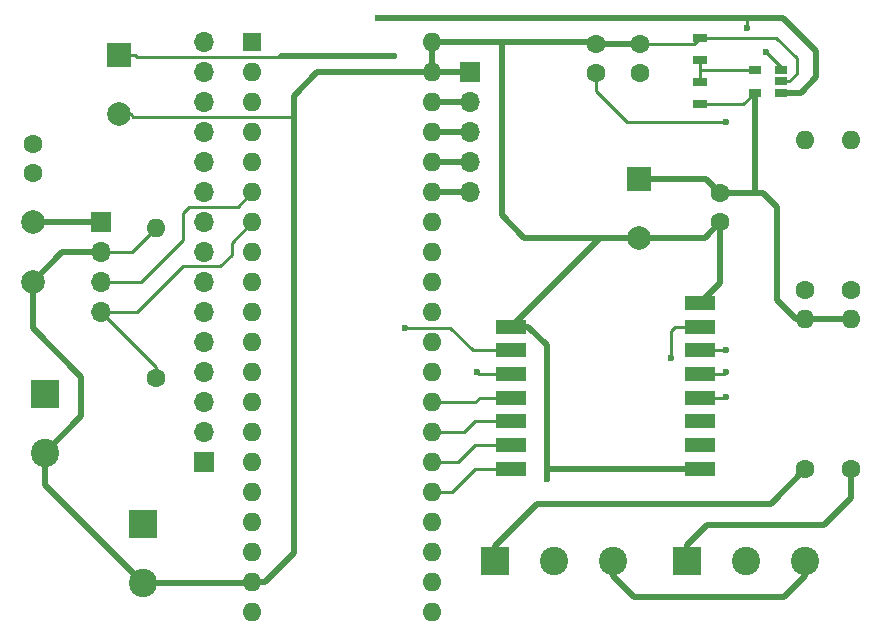
<source format=gtl>
G04 #@! TF.FileFunction,Copper,L1,Top,Signal*
%FSLAX46Y46*%
G04 Gerber Fmt 4.6, Leading zero omitted, Abs format (unit mm)*
G04 Created by KiCad (PCBNEW 4.0.7) date Wed Oct 25 19:06:34 2017*
%MOMM*%
%LPD*%
G01*
G04 APERTURE LIST*
%ADD10C,0.100000*%
%ADD11R,2.500000X1.200000*%
%ADD12C,1.600000*%
%ADD13R,2.000000X2.000000*%
%ADD14C,2.000000*%
%ADD15R,2.400000X2.400000*%
%ADD16C,2.400000*%
%ADD17R,1.060000X0.650000*%
%ADD18R,1.700000X1.700000*%
%ADD19O,1.700000X1.700000*%
%ADD20O,1.600000X1.600000*%
%ADD21R,1.600000X1.600000*%
%ADD22R,1.300000X0.700000*%
%ADD23C,0.600000*%
%ADD24C,0.250000*%
%ADD25C,0.500000*%
G04 APERTURE END LIST*
D10*
D11*
X63940000Y-46630000D03*
X63940000Y-48630000D03*
X63940000Y-50630000D03*
X63940000Y-52630000D03*
X63940000Y-54630000D03*
X63940000Y-56630000D03*
X63940000Y-58630000D03*
X79940000Y-58630000D03*
X79940000Y-56630000D03*
X79940000Y-54630000D03*
X79940000Y-52630000D03*
X79940000Y-50630000D03*
X79940000Y-48630000D03*
X79940000Y-46630000D03*
X79940000Y-44630000D03*
D12*
X23450000Y-31150000D03*
X23450000Y-33650000D03*
D13*
X30750000Y-23650000D03*
D14*
X30750000Y-28650000D03*
X23450000Y-37800000D03*
X23450000Y-42800000D03*
D15*
X32750000Y-63300000D03*
D16*
X32750000Y-68300000D03*
D15*
X24450000Y-52300000D03*
D16*
X24450000Y-57300000D03*
D12*
X81650000Y-35300000D03*
X81650000Y-37800000D03*
D13*
X74750000Y-34100000D03*
D14*
X74750000Y-39100000D03*
D12*
X74900000Y-25150000D03*
X74900000Y-22650000D03*
X71150000Y-25150000D03*
X71150000Y-22650000D03*
D17*
X86800000Y-26800000D03*
X86800000Y-25850000D03*
X86800000Y-24900000D03*
X84600000Y-24900000D03*
X84600000Y-26800000D03*
D18*
X29200000Y-37800000D03*
D19*
X29200000Y-40340000D03*
X29200000Y-42880000D03*
X29200000Y-45420000D03*
D12*
X33850000Y-51000000D03*
D20*
X33850000Y-38300000D03*
D12*
X88850000Y-43500000D03*
D20*
X88850000Y-30800000D03*
D12*
X88850000Y-58700000D03*
D20*
X88850000Y-46000000D03*
D12*
X92750000Y-43500000D03*
D20*
X92750000Y-30800000D03*
D12*
X92750000Y-58700000D03*
D20*
X92750000Y-46000000D03*
D15*
X62550000Y-66500000D03*
D16*
X67550000Y-66500000D03*
X72550000Y-66500000D03*
D15*
X78850000Y-66500000D03*
D16*
X83850000Y-66500000D03*
X88850000Y-66500000D03*
D21*
X42050000Y-22550000D03*
D20*
X57290000Y-70810000D03*
X42050000Y-25090000D03*
X57290000Y-68270000D03*
X42050000Y-27630000D03*
X57290000Y-65730000D03*
X42050000Y-30170000D03*
X57290000Y-63190000D03*
X42050000Y-32710000D03*
X57290000Y-60650000D03*
X42050000Y-35250000D03*
X57290000Y-58110000D03*
X42050000Y-37790000D03*
X57290000Y-55570000D03*
X42050000Y-40330000D03*
X57290000Y-53030000D03*
X42050000Y-42870000D03*
X57290000Y-50490000D03*
X42050000Y-45410000D03*
X57290000Y-47950000D03*
X42050000Y-47950000D03*
X57290000Y-45410000D03*
X42050000Y-50490000D03*
X57290000Y-42870000D03*
X42050000Y-53030000D03*
X57290000Y-40330000D03*
X42050000Y-55570000D03*
X57290000Y-37790000D03*
X42050000Y-58110000D03*
X57290000Y-35250000D03*
X42050000Y-60650000D03*
X57290000Y-32710000D03*
X42050000Y-63190000D03*
X57290000Y-30170000D03*
X42050000Y-65730000D03*
X57290000Y-27630000D03*
X42050000Y-68270000D03*
X57290000Y-25090000D03*
X42050000Y-70810000D03*
X57290000Y-22550000D03*
D22*
X79950000Y-27800000D03*
X79950000Y-25900000D03*
X79950000Y-24050000D03*
X79950000Y-22150000D03*
D18*
X37950000Y-58050000D03*
D19*
X37950000Y-55510000D03*
X37950000Y-52970000D03*
X37950000Y-50430000D03*
X37950000Y-47890000D03*
X37950000Y-45350000D03*
X37950000Y-42810000D03*
X37950000Y-40270000D03*
X37950000Y-37730000D03*
X37950000Y-35190000D03*
X37950000Y-32650000D03*
X37950000Y-30110000D03*
X37950000Y-27570000D03*
X37950000Y-25030000D03*
X37950000Y-22490000D03*
D18*
X60450000Y-25100000D03*
D19*
X60450000Y-27640000D03*
X60450000Y-30180000D03*
X60450000Y-32720000D03*
X60450000Y-35260000D03*
D23*
X54050000Y-23700000D03*
X54950000Y-46700000D03*
X66950000Y-59500000D03*
X85550000Y-23400000D03*
X83950000Y-21300000D03*
X52650000Y-20500000D03*
X82150000Y-29300000D03*
X61050000Y-50500000D03*
X77450000Y-49300000D03*
X82150000Y-52600000D03*
X82150000Y-50500000D03*
X82150000Y-48600000D03*
D24*
X30750000Y-23650000D02*
X32100000Y-23650000D01*
D25*
X54050000Y-23700000D02*
X44500000Y-23700000D01*
D24*
X44400000Y-23800000D02*
X44500000Y-23700000D01*
X32250000Y-23800000D02*
X44400000Y-23800000D01*
X32100000Y-23650000D02*
X32250000Y-23800000D01*
D25*
X60450000Y-27640000D02*
X57300000Y-27640000D01*
X57300000Y-27640000D02*
X57290000Y-27630000D01*
D24*
X63940000Y-48630000D02*
X60680000Y-48630000D01*
X58750000Y-46700000D02*
X54950000Y-46700000D01*
X60680000Y-48630000D02*
X58750000Y-46700000D01*
X29200000Y-40340000D02*
X31810000Y-40340000D01*
X31810000Y-40340000D02*
X33850000Y-38300000D01*
X30750000Y-28650000D02*
X31750000Y-28650000D01*
X31750000Y-28650000D02*
X31950000Y-28850000D01*
X31950000Y-28850000D02*
X45550000Y-28850000D01*
X45550000Y-28850000D02*
X45300000Y-28850000D01*
X45300000Y-28850000D02*
X45550000Y-28850000D01*
D25*
X32750000Y-68300000D02*
X42020000Y-68300000D01*
X42020000Y-68300000D02*
X42050000Y-68270000D01*
X24450000Y-57300000D02*
X24450000Y-60000000D01*
X24450000Y-60000000D02*
X32750000Y-68300000D01*
X23450000Y-42800000D02*
X23450000Y-46750000D01*
X27550000Y-54200000D02*
X24450000Y-57300000D01*
X27550000Y-50850000D02*
X27550000Y-54200000D01*
X23450000Y-46750000D02*
X27550000Y-50850000D01*
X29200000Y-40340000D02*
X25910000Y-40340000D01*
X25910000Y-40340000D02*
X23450000Y-42800000D01*
X57290000Y-25090000D02*
X60440000Y-25090000D01*
X60440000Y-25090000D02*
X60450000Y-25100000D01*
X71470000Y-39100000D02*
X65050000Y-39100000D01*
X63150000Y-37200000D02*
X63150000Y-22550000D01*
X65050000Y-39100000D02*
X63150000Y-37200000D01*
X74750000Y-39100000D02*
X71470000Y-39100000D01*
X71470000Y-39100000D02*
X63940000Y-46630000D01*
X81650000Y-37800000D02*
X81650000Y-42920000D01*
X81650000Y-42920000D02*
X79940000Y-44630000D01*
X64450000Y-22550000D02*
X63150000Y-22550000D01*
X63150000Y-22550000D02*
X57290000Y-22550000D01*
D24*
X87500000Y-25850000D02*
X86800000Y-25850000D01*
X88150000Y-25200000D02*
X87500000Y-25850000D01*
X88150000Y-23900000D02*
X88150000Y-25200000D01*
X74900000Y-22650000D02*
X79450000Y-22650000D01*
X79450000Y-22650000D02*
X79950000Y-22150000D01*
X79950000Y-22150000D02*
X86400000Y-22150000D01*
X86400000Y-22150000D02*
X88150000Y-23900000D01*
D25*
X79940000Y-58630000D02*
X66950000Y-58630000D01*
X66950000Y-58630000D02*
X66950000Y-58600000D01*
X63940000Y-46630000D02*
X65380000Y-46630000D01*
X65380000Y-46630000D02*
X66950000Y-48200000D01*
X66950000Y-48200000D02*
X66950000Y-58600000D01*
X66950000Y-58600000D02*
X66950000Y-59500000D01*
X72550000Y-66500000D02*
X72550000Y-67700000D01*
X72550000Y-67700000D02*
X74350000Y-69500000D01*
X87050000Y-69500000D02*
X88850000Y-67700000D01*
X74350000Y-69500000D02*
X87050000Y-69500000D01*
X88850000Y-67700000D02*
X88850000Y-66500000D01*
X74750000Y-39100000D02*
X80350000Y-39100000D01*
X80350000Y-39100000D02*
X81650000Y-37800000D01*
X71150000Y-22650000D02*
X74900000Y-22650000D01*
X64390000Y-22550000D02*
X64450000Y-22550000D01*
X64450000Y-22550000D02*
X71050000Y-22550000D01*
X71050000Y-22550000D02*
X71150000Y-22650000D01*
D24*
X45550000Y-28900000D02*
X45450000Y-28900000D01*
X45450000Y-28900000D02*
X45550000Y-28900000D01*
D25*
X24450000Y-57300000D02*
X24050000Y-57300000D01*
X24450000Y-57300000D02*
X24150000Y-57300000D01*
X32780000Y-68270000D02*
X32750000Y-68300000D01*
X42050000Y-68270000D02*
X43080000Y-68270000D01*
X43080000Y-68270000D02*
X44800000Y-66550000D01*
X44800000Y-66550000D02*
X45550000Y-65800000D01*
X45550000Y-65800000D02*
X45550000Y-28900000D01*
X45550000Y-27050000D02*
X47510000Y-25090000D01*
X47510000Y-25090000D02*
X57290000Y-25090000D01*
X45550000Y-28900000D02*
X45550000Y-28850000D01*
X45550000Y-28850000D02*
X45550000Y-27050000D01*
X57290000Y-25090000D02*
X57290000Y-22550000D01*
X23450000Y-37800000D02*
X29200000Y-37800000D01*
X52650000Y-20500000D02*
X59750000Y-20500000D01*
X59750000Y-20500000D02*
X83950000Y-20500000D01*
D24*
X86800000Y-24900000D02*
X86800000Y-24650000D01*
X86800000Y-24650000D02*
X85550000Y-23400000D01*
X83950000Y-21300000D02*
X83950000Y-20500000D01*
X83950000Y-20500000D02*
X83950000Y-20600000D01*
X83950000Y-20600000D02*
X83950000Y-20500000D01*
D25*
X83950000Y-20500000D02*
X86950000Y-20500000D01*
X88450000Y-26800000D02*
X86800000Y-26800000D01*
X89750000Y-25500000D02*
X88450000Y-26800000D01*
X89750000Y-23300000D02*
X89750000Y-25500000D01*
X86950000Y-20500000D02*
X89750000Y-23300000D01*
X86800000Y-26800000D02*
X86900000Y-26800000D01*
X84600000Y-26800000D02*
X84600000Y-35300000D01*
X84600000Y-35300000D02*
X84650000Y-35300000D01*
X88850000Y-46000000D02*
X88050000Y-46000000D01*
X88050000Y-46000000D02*
X86450000Y-44400000D01*
X86450000Y-44400000D02*
X86450000Y-36500000D01*
X86450000Y-36500000D02*
X85250000Y-35300000D01*
X85250000Y-35300000D02*
X84650000Y-35300000D01*
X84650000Y-35300000D02*
X81650000Y-35300000D01*
D24*
X83600000Y-27800000D02*
X84600000Y-26800000D01*
D25*
X81800000Y-35150000D02*
X81650000Y-35300000D01*
X92750000Y-46000000D02*
X88850000Y-46000000D01*
D24*
X79950000Y-27800000D02*
X83600000Y-27800000D01*
D25*
X81800000Y-35150000D02*
X81650000Y-35300000D01*
X74750000Y-34100000D02*
X80450000Y-34100000D01*
X80450000Y-34100000D02*
X81650000Y-35300000D01*
D24*
X71150000Y-25150000D02*
X71150000Y-26700000D01*
X73750000Y-29300000D02*
X82150000Y-29300000D01*
X71150000Y-26700000D02*
X73750000Y-29300000D01*
X29200000Y-42880000D02*
X32595000Y-42880000D01*
X40850000Y-36450000D02*
X42050000Y-35250000D01*
X36700000Y-36450000D02*
X40850000Y-36450000D01*
X36150000Y-37000000D02*
X36700000Y-36450000D01*
X36150000Y-39325000D02*
X36150000Y-37000000D01*
X32595000Y-42880000D02*
X36150000Y-39325000D01*
X33850000Y-51000000D02*
X33850000Y-50070000D01*
X33850000Y-50070000D02*
X29200000Y-45420000D01*
X29200000Y-45420000D02*
X32280000Y-45420000D01*
X40275000Y-39565000D02*
X42050000Y-37790000D01*
X40275000Y-40575000D02*
X40275000Y-39565000D01*
X39325000Y-41525000D02*
X40275000Y-40575000D01*
X36175000Y-41525000D02*
X39325000Y-41525000D01*
X32280000Y-45420000D02*
X36175000Y-41525000D01*
X63940000Y-50630000D02*
X61180000Y-50630000D01*
X61180000Y-50630000D02*
X61050000Y-50500000D01*
X57290000Y-60650000D02*
X58900000Y-60650000D01*
X60920000Y-58630000D02*
X63940000Y-58630000D01*
X58900000Y-60650000D02*
X60920000Y-58630000D01*
X57290000Y-58110000D02*
X59440000Y-58110000D01*
X60920000Y-56630000D02*
X63940000Y-56630000D01*
X59440000Y-58110000D02*
X60920000Y-56630000D01*
X57290000Y-55570000D02*
X59980000Y-55570000D01*
X60920000Y-54630000D02*
X63940000Y-54630000D01*
X59980000Y-55570000D02*
X60920000Y-54630000D01*
X57290000Y-53030000D02*
X60920000Y-53030000D01*
X61320000Y-52630000D02*
X63940000Y-52630000D01*
X60920000Y-53030000D02*
X61320000Y-52630000D01*
X79940000Y-46630000D02*
X77780000Y-46630000D01*
X77450000Y-46960000D02*
X77450000Y-49300000D01*
X77780000Y-46630000D02*
X77450000Y-46960000D01*
X79940000Y-52630000D02*
X82120000Y-52630000D01*
X82120000Y-52630000D02*
X82150000Y-52600000D01*
X79940000Y-50630000D02*
X82020000Y-50630000D01*
X82020000Y-50630000D02*
X82150000Y-50500000D01*
X79940000Y-48630000D02*
X82120000Y-48630000D01*
X82120000Y-48630000D02*
X82150000Y-48600000D01*
X84600000Y-24900000D02*
X79950000Y-24900000D01*
X79950000Y-24900000D02*
X79950000Y-25100000D01*
X84500000Y-24800000D02*
X84600000Y-24900000D01*
X79950000Y-24050000D02*
X79950000Y-25100000D01*
X79950000Y-25100000D02*
X79950000Y-25900000D01*
D25*
X62550000Y-66500000D02*
X62550000Y-65200000D01*
X85950000Y-61600000D02*
X88850000Y-58700000D01*
X66150000Y-61600000D02*
X85950000Y-61600000D01*
X62550000Y-65200000D02*
X66150000Y-61600000D01*
X78850000Y-66500000D02*
X78850000Y-65100000D01*
X92750000Y-61100000D02*
X92750000Y-58700000D01*
X90450000Y-63400000D02*
X92750000Y-61100000D01*
X80550000Y-63400000D02*
X90450000Y-63400000D01*
X78850000Y-65100000D02*
X80550000Y-63400000D01*
X57290000Y-30170000D02*
X60440000Y-30170000D01*
X60440000Y-30170000D02*
X60450000Y-30180000D01*
X57290000Y-35250000D02*
X60440000Y-35250000D01*
X60440000Y-35250000D02*
X60450000Y-35260000D01*
X60450000Y-32720000D02*
X57300000Y-32720000D01*
X57300000Y-32720000D02*
X57290000Y-32710000D01*
X57320000Y-32740000D02*
X57290000Y-32710000D01*
M02*

</source>
